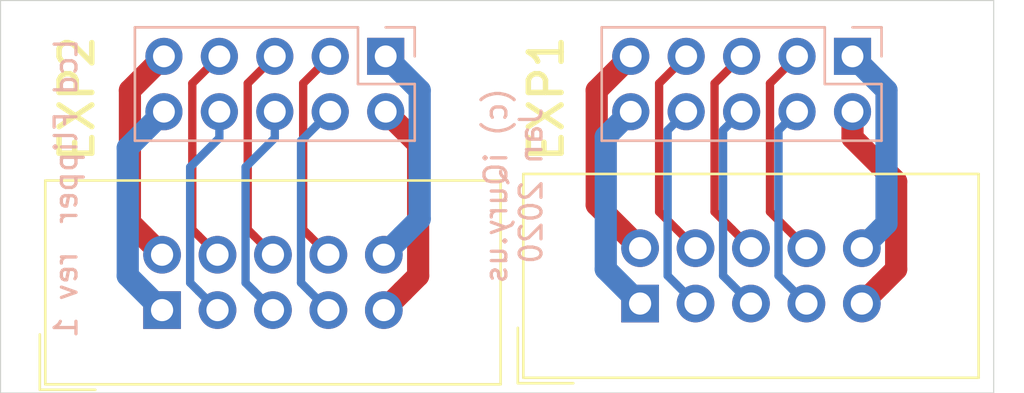
<source format=kicad_pcb>
(kicad_pcb (version 20210108) (generator pcbnew)
  (layers (0 "F.Cu" signal) (31 "B.Cu" signal) (34 "B.Paste" user) (35 "F.Paste" user) (36 "B.SilkS" user "B.Silkscreen") (37 "F.SilkS" user "F.Silkscreen") (38 "B.Mask" user) (39 "F.Mask" user) (44 "Edge.Cuts" user))
  (net 0 "")
  (net 1 "Net-(J1-Pad10)")
  (net 2 "Net-(J1-Pad9)")
  (net 3 "Net-(J1-Pad8)")
  (net 4 "Net-(J1-Pad7)")
  (net 5 "Net-(J1-Pad6)")
  (net 6 "Net-(J1-Pad5)")
  (net 7 "Net-(J1-Pad4)")
  (net 8 "Net-(J1-Pad3)")
  (net 9 "Net-(J1-Pad2)")
  (net 10 "Net-(J1-Pad1)")
  (net 11 "Net-(J3-Pad10)")
  (net 12 "Net-(J3-Pad9)")
  (net 13 "Net-(J3-Pad8)")
  (net 14 "Net-(J3-Pad7)")
  (net 15 "Net-(J3-Pad6)")
  (net 16 "Net-(J3-Pad5)")
  (net 17 "Net-(J3-Pad4)")
  (net 18 "Net-(J3-Pad3)")
  (net 19 "Net-(J3-Pad2)")
  (net 20 "Net-(J3-Pad1)")
  (footprint "Connector_IDC:IDC-Header_2x05_P2.54mm_Vertical" (layer "F.Cu") (at 33.9 110.7 90)
    (fp_text reference "J1" hide)
    (fp_text value "IDC 2x5")
    (fp_line (start -3.405 -5.35) (end 5.945 -5.35) (layer "F.SilkS") (width 0.12))
    (fp_line (start -3.655 -5.6) (end -3.655 -3.06) (layer "F.SilkS") (width 0.12))
    (fp_line (start -3.405 15.51) (end -3.405 -5.35) (layer "F.SilkS") (width 0.12))
    (fp_line (start 5.945 15.51) (end -3.405 15.51) (layer "F.SilkS") (width 0.12))
    (fp_line (start 5.945 -5.35) (end 5.945 15.51) (layer "F.SilkS") (width 0.12))
    (fp_line (start -3.655 -5.6) (end -1.115 -5.6) (layer "F.SilkS") (width 0.12))
    (pad "1" thru_hole rect (at 0 0 90) (size 1.7272 1.7272) (drill 1.016) (layers *.Cu *.Mask) (net 10 "Net-(J1-Pad1)"))
    (pad "2" thru_hole oval (at 2.54 0 90) (size 1.7272 1.7272) (drill 1.016) (layers *.Cu *.Mask) (net 9 "Net-(J1-Pad2)"))
    (pad "3" thru_hole oval (at 0 2.54 90) (size 1.7272 1.7272) (drill 1.016) (layers *.Cu *.Mask) (net 8 "Net-(J1-Pad3)"))
    (pad "4" thru_hole oval (at 2.54 2.54 90) (size 1.7272 1.7272) (drill 1.016) (layers *.Cu *.Mask) (net 7 "Net-(J1-Pad4)"))
    (pad "5" thru_hole oval (at 0 5.08 90) (size 1.7272 1.7272) (drill 1.016) (layers *.Cu *.Mask) (net 6 "Net-(J1-Pad5)"))
    (pad "6" thru_hole oval (at 2.54 5.08 90) (size 1.7272 1.7272) (drill 1.016) (layers *.Cu *.Mask) (net 5 "Net-(J1-Pad6)"))
    (pad "7" thru_hole oval (at 0 7.62 90) (size 1.7272 1.7272) (drill 1.016) (layers *.Cu *.Mask) (net 4 "Net-(J1-Pad7)"))
    (pad "8" thru_hole oval (at 2.54 7.62 90) (size 1.7272 1.7272) (drill 1.016) (layers *.Cu *.Mask) (net 3 "Net-(J1-Pad8)"))
    (pad "9" thru_hole oval (at 0 10.16 90) (size 1.7272 1.7272) (drill 1.016) (layers *.Cu *.Mask) (net 2 "Net-(J1-Pad9)"))
    (pad "10" thru_hole oval (at 2.54 10.16 90) (size 1.7272 1.7272) (drill 1.016) (layers *.Cu *.Mask) (net 1 "Net-(J1-Pad10)"))
  )
  (footprint "Connector_IDC:IDC-Header_2x05_P2.54mm_Vertical" (layer "F.Cu") (at 55.8 110.4 90)
    (fp_text reference "J3" hide)
    (fp_text value "IDC 2x5")
    (fp_line (start 5.945 15.51) (end -3.405 15.51) (layer "F.SilkS") (width 0.12))
    (fp_line (start 5.945 -5.35) (end 5.945 15.51) (layer "F.SilkS") (width 0.12))
    (fp_line (start -3.655 -5.6) (end -3.655 -3.06) (layer "F.SilkS") (width 0.12))
    (fp_line (start -3.655 -5.6) (end -1.115 -5.6) (layer "F.SilkS") (width 0.12))
    (fp_line (start -3.405 15.51) (end -3.405 -5.35) (layer "F.SilkS") (width 0.12))
    (fp_line (start -3.405 -5.35) (end 5.945 -5.35) (layer "F.SilkS") (width 0.12))
    (pad "1" thru_hole rect (at 0 0 90) (size 1.7272 1.7272) (drill 1.016) (layers *.Cu *.Mask) (net 20 "Net-(J3-Pad1)"))
    (pad "2" thru_hole oval (at 2.54 0 90) (size 1.7272 1.7272) (drill 1.016) (layers *.Cu *.Mask) (net 19 "Net-(J3-Pad2)"))
    (pad "3" thru_hole oval (at 0 2.54 90) (size 1.7272 1.7272) (drill 1.016) (layers *.Cu *.Mask) (net 18 "Net-(J3-Pad3)"))
    (pad "4" thru_hole oval (at 2.54 2.54 90) (size 1.7272 1.7272) (drill 1.016) (layers *.Cu *.Mask) (net 17 "Net-(J3-Pad4)"))
    (pad "5" thru_hole oval (at 0 5.08 90) (size 1.7272 1.7272) (drill 1.016) (layers *.Cu *.Mask) (net 16 "Net-(J3-Pad5)"))
    (pad "6" thru_hole oval (at 2.54 5.08 90) (size 1.7272 1.7272) (drill 1.016) (layers *.Cu *.Mask) (net 15 "Net-(J3-Pad6)"))
    (pad "7" thru_hole oval (at 0 7.62 90) (size 1.7272 1.7272) (drill 1.016) (layers *.Cu *.Mask) (net 14 "Net-(J3-Pad7)"))
    (pad "8" thru_hole oval (at 2.54 7.62 90) (size 1.7272 1.7272) (drill 1.016) (layers *.Cu *.Mask) (net 13 "Net-(J3-Pad8)"))
    (pad "9" thru_hole oval (at 0 10.16 90) (size 1.7272 1.7272) (drill 1.016) (layers *.Cu *.Mask) (net 12 "Net-(J3-Pad9)"))
    (pad "10" thru_hole oval (at 2.54 10.16 90) (size 1.7272 1.7272) (drill 1.016) (layers *.Cu *.Mask) (net 11 "Net-(J3-Pad10)"))
  )
  (footprint "Connector_PinSocket_2.54mm:PinSocket_2x05_P2.54mm_Vertical" (layer "B.Cu") (at 44.1452 99.06 90)
    (fp_text reference "J2" hide)
    (fp_text value "HDR 2x5")
    (fp_line (start 1.33 1.33) (end 1.33 0) (layer "B.SilkS") (width 0.12))
    (fp_line (start -3.87 1.33) (end -3.87 -11.49) (layer "B.SilkS") (width 0.12))
    (fp_line (start 1.33 -1.27) (end 1.33 -11.49) (layer "B.SilkS") (width 0.12))
    (fp_line (start -3.87 -11.49) (end 1.33 -11.49) (layer "B.SilkS") (width 0.12))
    (fp_line (start 0 1.33) (end 1.33 1.33) (layer "B.SilkS") (width 0.12))
    (fp_line (start -1.27 1.33) (end -1.27 -1.27) (layer "B.SilkS") (width 0.12))
    (fp_line (start -1.27 -1.27) (end 1.33 -1.27) (layer "B.SilkS") (width 0.12))
    (fp_line (start -3.87 1.33) (end -1.27 1.33) (layer "B.SilkS") (width 0.12))
    (pad "1" thru_hole rect (at 0 0 90) (size 1.7 1.7) (drill 1) (layers *.Cu *.Mask) (net 1 "Net-(J1-Pad10)"))
    (pad "2" thru_hole oval (at -2.54 0 90) (size 1.7 1.7) (drill 1) (layers *.Cu *.Mask) (net 2 "Net-(J1-Pad9)"))
    (pad "3" thru_hole oval (at 0 -2.54 90) (size 1.7 1.7) (drill 1) (layers *.Cu *.Mask) (net 3 "Net-(J1-Pad8)"))
    (pad "4" thru_hole oval (at -2.54 -2.54 90) (size 1.7 1.7) (drill 1) (layers *.Cu *.Mask) (net 4 "Net-(J1-Pad7)"))
    (pad "5" thru_hole oval (at 0 -5.08 90) (size 1.7 1.7) (drill 1) (layers *.Cu *.Mask) (net 5 "Net-(J1-Pad6)"))
    (pad "6" thru_hole oval (at -2.54 -5.08 90) (size 1.7 1.7) (drill 1) (layers *.Cu *.Mask) (net 6 "Net-(J1-Pad5)"))
    (pad "7" thru_hole oval (at 0 -7.62 90) (size 1.7 1.7) (drill 1) (layers *.Cu *.Mask) (net 7 "Net-(J1-Pad4)"))
    (pad "8" thru_hole oval (at -2.54 -7.62 90) (size 1.7 1.7) (drill 1) (layers *.Cu *.Mask) (net 8 "Net-(J1-Pad3)"))
    (pad "9" thru_hole oval (at 0 -10.16 90) (size 1.7 1.7) (drill 1) (layers *.Cu *.Mask) (net 9 "Net-(J1-Pad2)"))
    (pad "10" thru_hole oval (at -2.54 -10.16 90) (size 1.7 1.7) (drill 1) (layers *.Cu *.Mask) (net 10 "Net-(J1-Pad1)"))
  )
  (footprint "Connector_PinSocket_2.54mm:PinSocket_2x05_P2.54mm_Vertical" (layer "B.Cu") (at 65.532 99.06 90)
    (fp_text reference "J4" hide)
    (fp_text value "HDR 2x5")
    (fp_line (start -1.27 1.33) (end -1.27 -1.27) (layer "B.SilkS") (width 0.12))
    (fp_line (start 1.33 1.33) (end 1.33 0) (layer "B.SilkS") (width 0.12))
    (fp_line (start -3.87 1.33) (end -1.27 1.33) (layer "B.SilkS") (width 0.12))
    (fp_line (start 0 1.33) (end 1.33 1.33) (layer "B.SilkS") (width 0.12))
    (fp_line (start -3.87 1.33) (end -3.87 -11.49) (layer "B.SilkS") (width 0.12))
    (fp_line (start -1.27 -1.27) (end 1.33 -1.27) (layer "B.SilkS") (width 0.12))
    (fp_line (start -3.87 -11.49) (end 1.33 -11.49) (layer "B.SilkS") (width 0.12))
    (fp_line (start 1.33 -1.27) (end 1.33 -11.49) (layer "B.SilkS") (width 0.12))
    (pad "1" thru_hole rect (at 0 0 90) (size 1.7 1.7) (drill 1) (layers *.Cu *.Mask) (net 11 "Net-(J3-Pad10)"))
    (pad "2" thru_hole oval (at -2.54 0 90) (size 1.7 1.7) (drill 1) (layers *.Cu *.Mask) (net 12 "Net-(J3-Pad9)"))
    (pad "3" thru_hole oval (at 0 -2.54 90) (size 1.7 1.7) (drill 1) (layers *.Cu *.Mask) (net 13 "Net-(J3-Pad8)"))
    (pad "4" thru_hole oval (at -2.54 -2.54 90) (size 1.7 1.7) (drill 1) (layers *.Cu *.Mask) (net 14 "Net-(J3-Pad7)"))
    (pad "5" thru_hole oval (at 0 -5.08 90) (size 1.7 1.7) (drill 1) (layers *.Cu *.Mask) (net 15 "Net-(J3-Pad6)"))
    (pad "6" thru_hole oval (at -2.54 -5.08 90) (size 1.7 1.7) (drill 1) (layers *.Cu *.Mask) (net 16 "Net-(J3-Pad5)"))
    (pad "7" thru_hole oval (at 0 -7.62 90) (size 1.7 1.7) (drill 1) (layers *.Cu *.Mask) (net 17 "Net-(J3-Pad4)"))
    (pad "8" thru_hole oval (at -2.54 -7.62 90) (size 1.7 1.7) (drill 1) (layers *.Cu *.Mask) (net 18 "Net-(J3-Pad3)"))
    (pad "9" thru_hole oval (at 0 -10.16 90) (size 1.7 1.7) (drill 1) (layers *.Cu *.Mask) (net 19 "Net-(J3-Pad2)"))
    (pad "10" thru_hole oval (at -2.54 -10.16 90) (size 1.7 1.7) (drill 1) (layers *.Cu *.Mask) (net 20 "Net-(J3-Pad1)"))
  )
  (gr_line (start 72 96.5) (end 72 114.5) (layer "Edge.Cuts") (width 0.05))
  (gr_line (start 26.5 114.5) (end 26.5 96.5) (layer "Edge.Cuts") (width 0.05))
  (gr_line (start 26.5 96.5) (end 72 96.5) (layer "Edge.Cuts") (width 0.05))
  (gr_line (start 72 114.5) (end 26.5 114.5) (layer "Edge.Cuts") (width 0.05))
  (gr_text "(c) iQury.us\nJan 2020" (at 50 105 90) (layer "B.SilkS") (effects (font (size 1 1)) (justify mirror)))
  (gr_text "Lcd Flipper" (at 29.5 102.5 90) (layer "B.SilkS") (effects (font (size 1 1)) (justify mirror)))
  (gr_text "rev 1" (at 29.5 110 90) (layer "B.SilkS") (effects (font (size 1 1)) (justify mirror)))
  (gr_text "EXP1" (at 51.5 101 90) (layer "F.SilkS") (effects (font (size 1.5 1.5) (thickness 0.25))))
  (gr_text "EXP2" (at 30 101 90) (layer "F.SilkS") (effects (font (size 1.5 1.5) (thickness 0.25))))
  (segment (start 44.923599 107.296401) (end 44.06 108.16) (width 1.016) (layer "B.Cu") (net 1))
  (segment (start 45.703201 100.618001) (end 45.703201 106.516799) (width 1.016) (layer "B.Cu") (net 1))
  (segment (start 44.1452 99.06) (end 45.703201 100.618001) (width 1.016) (layer "B.Cu") (net 1))
  (segment (start 45.703201 106.516799) (end 44.923599 107.296401) (width 1.016) (layer "B.Cu") (net 1))
  (segment (start 44.923599 109.836401) (end 44.06 110.7) (width 1.016) (layer "F.Cu") (net 2))
  (segment (start 45.631601 109.128399) (end 44.923599 109.836401) (width 1.016) (layer "F.Cu") (net 2))
  (segment (start 45.631601 103.086401) (end 45.631601 109.128399) (width 1.016) (layer "F.Cu") (net 2))
  (segment (start 44.1452 101.6) (end 45.631601 103.086401) (width 1.016) (layer "F.Cu") (net 2))
  (segment (start 41.6052 99.06) (end 40.364699 100.300501) (width 0.381) (layer "F.Cu") (net 3))
  (segment (start 40.364699 107.004699) (end 40.656401 107.296401) (width 0.381) (layer "F.Cu") (net 3))
  (segment (start 40.656401 107.296401) (end 41.52 108.16) (width 0.381) (layer "F.Cu") (net 3))
  (segment (start 40.364699 100.300501) (end 40.364699 107.004699) (width 0.381) (layer "F.Cu") (net 3))
  (segment (start 41.6052 101.6) (end 40.265899 102.939301) (width 0.381) (layer "B.Cu") (net 4))
  (segment (start 40.265899 102.939301) (end 40.265899 109.445899) (width 0.381) (layer "B.Cu") (net 4))
  (segment (start 40.656401 109.836401) (end 41.52 110.7) (width 0.381) (layer "B.Cu") (net 4))
  (segment (start 40.265899 109.445899) (end 40.656401 109.836401) (width 0.381) (layer "B.Cu") (net 4))
  (segment (start 38.116401 107.296401) (end 38.98 108.16) (width 0.381) (layer "F.Cu") (net 5))
  (segment (start 37.824699 107.004699) (end 38.116401 107.296401) (width 0.381) (layer "F.Cu") (net 5))
  (segment (start 39.0652 99.06) (end 37.824699 100.300501) (width 0.381) (layer "F.Cu") (net 5))
  (segment (start 37.824699 100.300501) (end 37.824699 107.004699) (width 0.381) (layer "F.Cu") (net 5))
  (segment (start 39.0652 101.6) (end 39.0652 102.802081) (width 0.381) (layer "B.Cu") (net 6))
  (segment (start 37.725899 109.445899) (end 38.116401 109.836401) (width 0.381) (layer "B.Cu") (net 6))
  (segment (start 37.725899 104.141382) (end 37.725899 109.445899) (width 0.381) (layer "B.Cu") (net 6))
  (segment (start 39.0652 102.802081) (end 37.725899 104.141382) (width 0.381) (layer "B.Cu") (net 6))
  (segment (start 38.116401 109.836401) (end 38.98 110.7) (width 0.381) (layer "B.Cu") (net 6))
  (segment (start 35.576401 107.296401) (end 36.44 108.16) (width 0.381) (layer "F.Cu") (net 7))
  (segment (start 36.5252 99.06) (end 35.284699 100.300501) (width 0.381) (layer "F.Cu") (net 7))
  (segment (start 35.284699 100.300501) (end 35.284699 107.004699) (width 0.381) (layer "F.Cu") (net 7))
  (segment (start 35.284699 107.004699) (end 35.576401 107.296401) (width 0.381) (layer "F.Cu") (net 7))
  (segment (start 36.5252 102.802081) (end 35.185899 104.141382) (width 0.381) (layer "B.Cu") (net 8))
  (segment (start 36.5252 101.6) (end 36.5252 102.802081) (width 0.381) (layer "B.Cu") (net 8))
  (segment (start 35.576401 109.836401) (end 36.44 110.7) (width 0.381) (layer "B.Cu") (net 8))
  (segment (start 35.185899 109.445899) (end 35.576401 109.836401) (width 0.381) (layer "B.Cu") (net 8))
  (segment (start 35.185899 104.141382) (end 35.185899 109.445899) (width 0.381) (layer "B.Cu") (net 8))
  (segment (start 32.427199 106.687199) (end 33.036401 107.296401) (width 1.016) (layer "F.Cu") (net 9))
  (segment (start 33.9852 99.06) (end 32.427199 100.618001) (width 1.016) (layer "F.Cu") (net 9))
  (segment (start 32.427199 100.618001) (end 32.427199 106.687199) (width 1.016) (layer "F.Cu") (net 9))
  (segment (start 33.036401 107.296401) (end 33.9 108.16) (width 1.016) (layer "F.Cu") (net 9))
  (segment (start 33.9852 101.6) (end 32.328399 103.256801) (width 1.016) (layer "B.Cu") (net 10))
  (segment (start 32.328399 103.256801) (end 32.328399 109.128399) (width 1.016) (layer "B.Cu") (net 10))
  (segment (start 32.328399 109.128399) (end 33.9 110.7) (width 1.016) (layer "B.Cu") (net 10))
  (segment (start 66.823599 106.996401) (end 65.96 107.86) (width 1.016) (layer "B.Cu") (net 11))
  (segment (start 65.532 99.06) (end 67.090001 100.618001) (width 1.016) (layer "B.Cu") (net 11))
  (segment (start 67.090001 106.729999) (end 66.823599 106.996401) (width 1.016) (layer "B.Cu") (net 11))
  (segment (start 67.090001 100.618001) (end 67.090001 106.729999) (width 1.016) (layer "B.Cu") (net 11))
  (segment (start 66.823599 109.536401) (end 65.96 110.4) (width 1.016) (layer "F.Cu") (net 12))
  (segment (start 67.531601 108.828399) (end 66.823599 109.536401) (width 1.016) (layer "F.Cu") (net 12))
  (segment (start 67.531601 104.801682) (end 67.531601 108.828399) (width 1.016) (layer "F.Cu") (net 12))
  (segment (start 65.532 101.6) (end 65.532 102.802081) (width 1.016) (layer "F.Cu") (net 12))
  (segment (start 65.532 102.802081) (end 67.531601 104.801682) (width 1.016) (layer "F.Cu") (net 12))
  (segment (start 62.556401 106.996401) (end 63.42 107.86) (width 0.381) (layer "F.Cu") (net 13))
  (segment (start 62.992 99.06) (end 61.751499 100.300501) (width 0.381) (layer "F.Cu") (net 13))
  (segment (start 61.751499 100.300501) (end 61.751499 106.191499) (width 0.381) (layer "F.Cu") (net 13))
  (segment (start 61.751499 106.191499) (end 62.556401 106.996401) (width 0.381) (layer "F.Cu") (net 13))
  (segment (start 62.142001 102.449999) (end 62.142001 109.122001) (width 0.381) (layer "B.Cu") (net 14))
  (segment (start 62.142001 109.122001) (end 62.556401 109.536401) (width 0.381) (layer "B.Cu") (net 14))
  (segment (start 62.992 101.6) (end 62.142001 102.449999) (width 0.381) (layer "B.Cu") (net 14))
  (segment (start 62.556401 109.536401) (end 63.42 110.4) (width 0.381) (layer "B.Cu") (net 14))
  (segment (start 60.016401 106.996401) (end 60.88 107.86) (width 0.381) (layer "F.Cu") (net 15))
  (segment (start 59.211499 100.300501) (end 59.211499 106.191499) (width 0.381) (layer "F.Cu") (net 15))
  (segment (start 59.211499 106.191499) (end 60.016401 106.996401) (width 0.381) (layer "F.Cu") (net 15))
  (segment (start 60.452 99.06) (end 59.211499 100.300501) (width 0.381) (layer "F.Cu") (net 15))
  (segment (start 60.452 101.6) (end 59.602001 102.449999) (width 0.381) (layer "B.Cu") (net 16))
  (segment (start 59.602001 109.122001) (end 60.016401 109.536401) (width 0.381) (layer "B.Cu") (net 16))
  (segment (start 60.016401 109.536401) (end 60.88 110.4) (width 0.381) (layer "B.Cu") (net 16))
  (segment (start 59.602001 102.449999) (end 59.602001 109.122001) (width 0.381) (layer "B.Cu") (net 16))
  (segment (start 57.912 99.06) (end 56.671499 100.300501) (width 0.381) (layer "F.Cu") (net 17))
  (segment (start 57.476401 106.996401) (end 58.34 107.86) (width 0.381) (layer "F.Cu") (net 17))
  (segment (start 56.671499 100.300501) (end 56.671499 106.191499) (width 0.381) (layer "F.Cu") (net 17))
  (segment (start 56.671499 106.191499) (end 57.476401 106.996401) (width 0.381) (layer "F.Cu") (net 17))
  (segment (start 57.062001 109.122001) (end 57.476401 109.536401) (width 0.381) (layer "B.Cu") (net 18))
  (segment (start 57.062001 102.449999) (end 57.062001 109.122001) (width 0.381) (layer "B.Cu") (net 18))
  (segment (start 57.476401 109.536401) (end 58.34 110.4) (width 0.381) (layer "B.Cu") (net 18))
  (segment (start 57.912 101.6) (end 57.062001 102.449999) (width 0.381) (layer "B.Cu") (net 18))
  (segment (start 53.813999 105.873999) (end 54.936401 106.996401) (width 1.016) (layer "F.Cu") (net 19))
  (segment (start 54.936401 106.996401) (end 55.8 107.86) (width 1.016) (layer "F.Cu") (net 19))
  (segment (start 55.372 99.06) (end 53.813999 100.618001) (width 1.016) (layer "F.Cu") (net 19))
  (segment (start 53.813999 100.618001) (end 53.813999 105.873999) (width 1.016) (layer "F.Cu") (net 19))
  (segment (start 55.372 101.6) (end 54.228399 102.743601) (width 1.016) (layer "B.Cu") (net 20))
  (segment (start 54.228399 102.743601) (end 54.228399 108.828399) (width 1.016) (layer "B.Cu") (net 20))
  (segment (start 54.228399 108.828399) (end 55.8 110.4) (width 1.016) (layer "B.Cu") (net 20))
)
</source>
